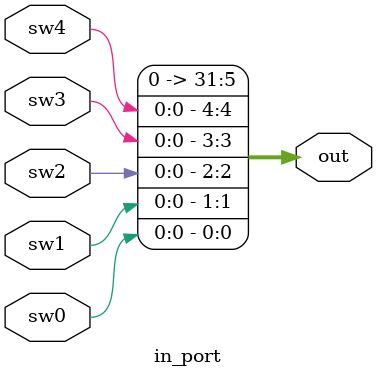
<source format=v>
module in_port (
	sw4,sw3,sw2,sw1,sw0,out
);

	input sw4,sw3,sw2,sw1,sw0;
	output [31:0] out;

	assign out[31:5] = 27'h0;
	assign out[4] = sw4;
	assign out[3] = sw3;
	assign out[2] = sw2;
	assign out[1] = sw1;
	assign out[0] = sw0;
	
endmodule

</source>
